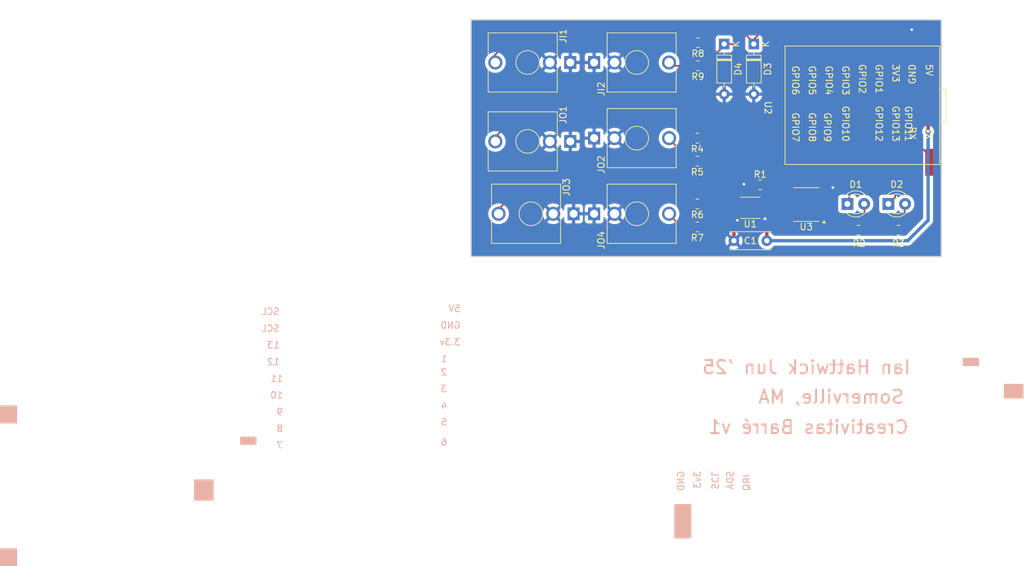
<source format=kicad_pcb>
(kicad_pcb (version 20240108) (generator "pcbnew") (generator_version "8.0")
  (layers (0 "F.Cu" signal) (31 "B.Cu" signal) (34 "B.Paste" user) (35 "F.Paste" user) (36 "B.SilkS" user "B.Silkscreen") (37 "F.SilkS" user "F.Silkscreen") (38 "B.Mask" user) (39 "F.Mask" user) (44 "Edge.Cuts" user))
  (net 0 "")
  (net 1 "/A1")
  (net 2 "+3.3V")
  (net 3 "GND")
  (net 4 "/A2")
  (net 5 "/A3")
  (net 6 "/A4")
  (net 7 "/A5")
  (net 8 "/A6")
  (net 9 "/A0")
  (net 10 "/D1")
  (net 11 "/A8")
  (net 12 "/SCL")
  (net 13 "/SDA")
  (net 14 "/A7")
  (net 15 "/A9")
  (net 16 "/D0")
  (net 17 "+5V")
  (net 18 "Net-(D1-A)")
  (net 19 "Net-(D2-A)")
  (net 20 "Net-(D2-K)")
  (net 21 "/LDAC")
  (net 22 "Net-(U1-VOUTA)")
  (net 23 "Net-(U1-VOUTB)")
  (net 24 "Net-(U1-VOUTC)")
  (net 25 "Net-(U1-VOUTD)")
  (net 26 "Net-(U1-SCL)")
  (net 27 "Net-(U1-SDA)")
  (net 29 "Net-(JI1-PadT)")
  (net 30 "Net-(JI2-PadT)")
  (net 31 "Net-(JO1-PadT)")
  (net 32 "Net-(JO2-PadT)")
  (net 33 "Net-(JO3-PadT)")
  (net 34 "Net-(JO4-PadT)")
  (footprint "Resistor_SMD:R_0805_2012Metric" (layer "F.Cu") (at 166.4125 48 180)
    (property "Reference" "R4" (at 0 -1.65 0) (layer "F.SilkS"))
    (property "Value" "100R")
    (fp_line (start -0.227064 0.735) (end 0.227064 0.735) (stroke (width 0.12)) (layer "F.SilkS"))
    (fp_line (start -0.227064 -0.735) (end 0.227064 -0.735) (stroke (width 0.12)) (layer "F.SilkS"))
    (pad "1" smd roundrect (at -0.9125 0 180) (size 1.025 1.4) (layers "F.Cu" "F.Paste" "F.Mask") (roundrect_rratio 0.243902) (net 22 "Net-(U1-VOUTA)"))
    (pad "2" smd roundrect (at 0.9125 0 180) (size 1.025 1.4) (layers "F.Cu" "F.Paste" "F.Mask") (roundrect_rratio 0.243902) (net 31 "Net-(JO1-PadT)"))
  )
  (footprint "Connector_Audio:Jack_3.5mm_QingPu_WQP-PJ398SM_Vertical_CircularHoles" (layer "F.Cu") (at 150.72 48 90)
    (property "Reference" "JO2" (at -4.03 1.08 90) (layer "F.SilkS"))
    (property "Value" "AudioJack2_SwitchT")
    (fp_line (start -1.23 -1.17) (end -0.37 -1.17) (stroke (width 0.12)) (layer "F.SilkS"))
    (fp_line (start -1.23 -1.17) (end -1.23 -0.37) (stroke (width 0.12)) (layer "F.SilkS"))
    (fp_line (start 4.5 1.98) (end 0.72 1.98) (stroke (width 0.12)) (layer "F.SilkS"))
    (fp_line (start 4.5 1.98) (end 4.5 12.48) (stroke (width 0.12)) (layer "F.SilkS"))
    (fp_line (start -0.72 1.98) (end -4.5 1.98) (stroke (width 0.12)) (layer "F.SilkS"))
    (fp_line (start -4.5 1.98) (end -4.5 12.48) (stroke (width 0.12)) (layer "F.SilkS"))
    (fp_line (start 4.5 12.48) (end 0.8 12.48) (stroke (width 0.12)) (layer "F.SilkS"))
    (fp_line (start -0.8 12.48) (end -4.5 12.48) (stroke (width 0.12)) (layer "F.SilkS"))
    (fp_circle (center 0 6.48) (end 1.8 6.48) (stroke (width 0.12)) (fill none) (layer "F.SilkS"))
    (pad "S" thru_hole rect (at 0 0 270) (size 1.93 1.83) (drill 1.22) (layers "*.Cu" "*.Mask") (net 3 "GND"))
    (pad "T" thru_hole circle (at 0 11.4 270) (size 2.13 2.13) (drill 1.43) (layers "*.Cu" "*.Mask") (net 32 "Net-(JO2-PadT)"))
    (pad "TN" thru_hole circle (at 0 3.1 270) (size 2.13 2.13) (drill 1.42) (layers "*.Cu" "*.Mask") (net 3 "GND"))
  )
  (footprint "LED_THT:LED_D3.0mm" (layer "F.Cu") (at 189.23 58)
    (property "Reference" "D1" (at 1.27 -2.96 0) (layer "F.SilkS"))
    (property "Value" "LED")
    (fp_line (start -0.29 -1.236) (end -0.29 -1.08) (stroke (width 0.12)) (layer "F.SilkS"))
    (fp_line (start -0.29 1.08) (end -0.29 1.236) (stroke (width 0.12)) (layer "F.SilkS"))
    (fp_arc (start -0.29 -1.235516) (mid 1.365624 -1.987701) (end 2.941397 -1.080061) (stroke (width 0.12)) (layer "F.SilkS"))
    (fp_arc (start 0.229039 -1.08) (mid 1.269965 -1.5) (end 2.31091 -1.080049) (stroke (width 0.12)) (layer "F.SilkS"))
    (fp_arc (start 2.31091 1.080049) (mid 1.269965 1.5) (end 0.229039 1.08) (stroke (width 0.12)) (layer "F.SilkS"))
    (fp_arc (start 2.941397 1.080061) (mid 1.365624 1.987701) (end -0.29 1.235516) (stroke (width 0.12)) (layer "F.SilkS"))
    (pad "1" thru_hole rect (at 0 0) (size 1.8 1.8) (drill 0.9) (layers "*.Cu" "*.Mask") (net 10 "/D1"))
    (pad "2" thru_hole circle (at 2.54 0) (size 1.8 1.8) (drill 0.9) (layers "*.Cu" "*.Mask") (net 18 "Net-(D1-A)"))
  )
  (footprint "Connector_Audio:Jack_3.5mm_QingPu_WQP-PJ398SM_Vertical_CircularHoles" (layer "F.Cu") (at 147.1 48.5 -90)
    (property "Reference" "JO1" (at -4.03 1.08 90) (layer "F.SilkS"))
    (property "Value" "AudioJack2_SwitchT")
    (fp_line (start -0.8 12.48) (end -4.5 12.48) (stroke (width 0.12)) (layer "F.SilkS"))
    (fp_line (start 4.5 12.48) (end 0.8 12.48) (stroke (width 0.12)) (layer "F.SilkS"))
    (fp_line (start -4.5 1.98) (end -4.5 12.48) (stroke (width 0.12)) (layer "F.SilkS"))
    (fp_line (start -0.72 1.98) (end -4.5 1.98) (stroke (width 0.12)) (layer "F.SilkS"))
    (fp_line (start 4.5 1.98) (end 4.5 12.48) (stroke (width 0.12)) (layer "F.SilkS"))
    (fp_line (start 4.5 1.98) (end 0.72 1.98) (stroke (width 0.12)) (layer "F.SilkS"))
    (fp_line (start -1.23 -1.17) (end -1.23 -0.37) (stroke (width 0.12)) (layer "F.SilkS"))
    (fp_line (start -1.23 -1.17) (end -0.37 -1.17) (stroke (width 0.12)) (layer "F.SilkS"))
    (fp_circle (center 0 6.48) (end 1.8 6.48) (stroke (width 0.12)) (fill none) (layer "F.SilkS"))
    (pad "S" thru_hole rect (at 0 0 90) (size 1.93 1.83) (drill 1.22) (layers "*.Cu" "*.Mask") (net 3 "GND"))
    (pad "T" thru_hole circle (at 0 11.4 90) (size 2.13 2.13) (drill 1.43) (layers "*.Cu" "*.Mask") (net 31 "Net-(JO1-PadT)"))
    (pad "TN" thru_hole circle (at 0 3.1 90) (size 2.13 2.13) (drill 1.42) (layers "*.Cu" "*.Mask") (net 3 "GND"))
  )
  (footprint "Package_SO:SOIC-8_3.9x4.9mm_P1.27mm" (layer "F.Cu") (at 182.975 58.095 180)
    (property "Reference" "U3" (at 0 -3.4 0) (layer "F.SilkS"))
    (property "Value" "TCA9517D")
    (fp_line (start 0 2.56) (end 1.95 2.56) (stroke (width 0.12)) (layer "F.SilkS"))
    (fp_line (start 0 2.56) (end -1.95 2.56) (stroke (width 0.12)) (layer "F.SilkS"))
    (fp_line (start 0 -2.56) (end 1.95 -2.56) (stroke (width 0.12)) (layer "F.SilkS"))
    (fp_line (start 0 -2.56) (end -1.95 -2.56) (stroke (width 0.12)) (layer "F.SilkS"))
    (fp_poly (pts (xy -2.7 -2.465) (xy -2.94 -2.795) (xy -2.46 -2.795) (xy -2.7 -2.465)) (stroke (width 0.12)) (fill solid) (layer "F.SilkS"))
    (pad "1" smd roundrect (at -2.475 -1.905 180) (size 1.95 0.6) (layers "F.Cu" "F.Paste" "F.Mask") (net 2 "+3.3V"))
    (pad "2" smd roundrect (at -2.475 -0.635 180) (size 1.95 0.6) (layers "F.Cu" "F.Paste" "F.Mask") (net 12 "/SCL"))
    (pad "3" smd roundrect (at -2.475 0.635 180) (size 1.95 0.6) (layers "F.Cu" "F.Paste" "F.Mask") (net 13 "/SDA"))
    (pad "4" smd roundrect (at -2.475 1.905 180) (size 1.95 0.6) (layers "F.Cu" "F.Paste" "F.Mask") (net 3 "GND"))
    (pad "5" smd roundrect (at 2.475 1.905 180) (size 1.95 0.6) (layers "F.Cu" "F.Paste" "F.Mask") (net 2 "+3.3V"))
    (pad "6" smd roundrect (at 2.475 0.635 180) (size 1.95 0.6) (layers "F.Cu" "F.Paste" "F.Mask") (net 27 "Net-(U1-SDA)"))
    (pad "7" smd roundrect (at 2.475 -0.635 180) (size 1.95 0.6) (layers "F.Cu" "F.Paste" "F.Mask") (net 26 "Net-(U1-SCL)"))
    (pad "8" smd roundrect (at 2.475 -1.905 180) (size 1.95 0.6) (layers "F.Cu" "F.Paste" "F.Mask") (net 17 "+5V"))
  )
  (footprint "Package_SO:MSOP-10_3x3mm_P0.5mm" (layer "F.Cu") (at 174.475 58.595 180)
    (property "Reference" "U1" (at 0 -2.45 0) (layer "F.SilkS"))
    (property "Value" "MCP4728")
    (fp_line (start 0 1.61) (end 1.5 1.61) (stroke (width 0.12)) (layer "F.SilkS"))
    (fp_line (start 0 1.61) (end -1.5 1.61) (stroke (width 0.12)) (layer "F.SilkS"))
    (fp_line (start 0 -1.61) (end 1.5 -1.61) (stroke (width 0.12)) (layer "F.SilkS"))
    (fp_line (start 0 -1.61) (end -1.5 -1.61) (stroke (width 0.12)) (layer "F.SilkS"))
    (fp_poly (pts (xy -2.2125 -1.435) (xy -2.4525 -1.765) (xy -1.9725 -1.765) (xy -2.2125 -1.435)) (stroke (width 0.12)) (fill solid) (layer "F.SilkS"))
    (pad "1" smd roundrect (at -2.1125 -1 180) (size 1.625 0.35) (layers "F.Cu" "F.Paste" "F.Mask") (net 17 "+5V"))
    (pad "2" smd roundrect (at -2.1125 -0.5 180) (size 1.625 0.35) (layers "F.Cu" "F.Paste" "F.Mask") (net 26 "Net-(U1-SCL)"))
    (pad "3" smd roundrect (at -2.1125 0 180) (size 1.625 0.35) (layers "F.Cu" "F.Paste" "F.Mask") (net 27 "Net-(U1-SDA)"))
    (pad "4" smd roundrect (at -2.1125 0.5 180) (size 1.625 0.35) (layers "F.Cu" "F.Paste" "F.Mask") (net 21 "/LDAC"))
    (pad "5" smd roundrect (at -2.1125 1 180) (size 1.625 0.35) (layers "F.Cu" "F.Paste" "F.Mask"))
    (pad "6" smd roundrect (at 2.1125 1 180) (size 1.625 0.35) (layers "F.Cu" "F.Paste" "F.Mask") (net 22 "Net-(U1-VOUTA)"))
    (pad "7" smd roundrect (at 2.1125 0.5 180) (size 1.625 0.35) (layers "F.Cu" "F.Paste" "F.Mask") (net 23 "Net-(U1-VOUTB)"))
    (pad "8" smd roundrect (at 2.1125 0 180) (size 1.625 0.35) (layers "F.Cu" "F.Paste" "F.Mask") (net 24 "Net-(U1-VOUTC)"))
    (pad "9" smd roundrect (at 2.1125 -0.5 180) (size 1.625 0.35) (layers "F.Cu" "F.Paste" "F.Mask") (net 25 "Net-(U1-VOUTD)"))
    (pad "10" smd roundrect (at 2.1125 -1 180) (size 1.625 0.35) (layers "F.Cu" "F.Paste" "F.Mask") (net 3 "GND"))
  )
  (footprint "Resistor_SMD:R_0805_2012Metric" (layer "F.Cu") (at 197 62)
    (property "Reference" "R3" (at 0 2 0) (layer "F.SilkS"))
    (property "Value" "4k7")
    (fp_line (start -0.227064 -0.735) (end 0.227064 -0.735) (stroke (width 0.12)) (layer "F.SilkS"))
    (fp_line (start -0.227064 0.735) (end 0.227064 0.735) (stroke (width 0.12)) (layer "F.SilkS"))
    (pad "1" smd roundrect (at -0.9125 0) (size 1.025 1.4) (layers "F.Cu" "F.Paste" "F.Mask") (roundrect_rratio 0.243902) (net 2 "+3.3V"))
    (pad "2" smd roundrect (at 0.9125 0) (size 1.025 1.4) (layers "F.Cu" "F.Paste" "F.Mask") (roundrect_rratio 0.243902) (net 19 "Net-(D2-A)"))
  )
  (footprint "Resistor_SMD:R_0805_2012Metric" (layer "F.Cu") (at 175.975 55.095 180)
    (property "Reference" "R1" (at 0 1.595 0) (layer "F.SilkS"))
    (property "Value" "4k7")
    (fp_line (start -0.227064 0.735) (end 0.227064 0.735) (stroke (width 0.12)) (layer "F.SilkS"))
    (fp_line (start -0.227064 -0.735) (end 0.227064 -0.735) (stroke (width 0.12)) (layer "F.SilkS"))
    (pad "1" smd roundrect (at -0.9125 0 180) (size 1.025 1.4) (layers "F.Cu" "F.Paste" "F.Mask") (roundrect_rratio 0.243902) (net 21 "/LDAC"))
    (pad "2" smd roundrect (at 0.9125 0 180) (size 1.025 1.4) (layers "F.Cu" "F.Paste" "F.Mask") (roundrect_rratio 0.243902) (net 3 "GND"))
  )
  (footprint "ih_kicad:Wifiduino-ESP32S3-SMD" (layer "F.Cu") (at 191.5 43 -90)
    (property "Reference" "U2" (at 0.38 14.34 -90) (layer "F.SilkS"))
    (property "Value" "~")
    (fp_line (start -9 11.75) (end 9 11.75) (stroke (width 0.12)) (layer "F.SilkS"))
    (fp_line (start 9 11.75) (end 9 -11.75) (stroke (width 0.12)) (layer "F.SilkS"))
    (fp_line (start -9 -11.75) (end -9 11.75) (stroke (width 0.12)) (layer "F.SilkS"))
    (fp_line (start -2.54 -11.75) (end -2.54 -12.7) (stroke (width 0.12)) (layer "F.SilkS"))
    (fp_line (start 9 -11.75) (end -9 -11.75) (stroke (width 0.12)) (layer "F.SilkS"))
    (fp_line (start -2.54 -12.7) (end 2.54 -12.7) (stroke (width 0.12)) (layer "F.SilkS"))
    (fp_line (start 2.54 -12.7) (end 2.54 -11.75) (stroke (width 0.12)) (layer "F.SilkS"))
    (fp_text user "TX" (at 5.309999 -10.16 -90) (layer "F.SilkS") (effects (justify right)))
    (fp_text user "RX" (at 5.309999 -7.62 -90) (layer "F.SilkS") (effects (justify right)))
    (fp_text user "GPIO11" (at 0 -7 -90) (layer "F.SilkS") (effects (justify left)))
    (fp_text user "GND" (at -6.35 -7.62 90) (layer "F.SilkS") (effects (justify right)))
    (fp_text user "GPIO8" (at 1 7.62 -90) (layer "F.SilkS") (effects (justify left)))
    (fp_text user "3V3" (at -6.35 -5.08 -90) (layer "F.SilkS") (effects (justify left)))
    (fp_text user "GPIO4" (at -6.120001 5.08 -90) (layer "F.SilkS") (effects (justify left)))
    (fp_text user "GPIO12" (at 0 -2.54 -90) (layer "F.SilkS") (effects (justify left)))
    (fp_text user "GPIO5" (at -6.120001 7.62 -90) (layer "F.SilkS") (effects (justify left)))
    (fp_text user "5V" (at -6.35 -10.16 -90) (layer "F.SilkS") (effects (justify left)))
    (fp_text user "GPIO2" (at -6.35 0 -90) (layer "F.SilkS") (effects (justify left)))
    (fp_text user "GPIO13" (at 0 -5.08 -90) (layer "F.SilkS") (effects (justify left)))
    (fp_text user "GPIO9" (at 1 5.309999 -90) (layer "F.SilkS") (effects (justify left)))
    (fp_text user "GPIO10" (at 0 2.54 -90) (layer "F.SilkS") (effects (justify left)))
    (fp_text user "GPIO7" (at 1 10.16 -90) (layer "F.SilkS") (effects (justify left)))
    (fp_text user "GPIO1" (at -6.35 -2.54 -90) (layer "F.SilkS") (effects (justify left)))
    (fp_text user "GPIO3" (at -6.120001 2.54 -90) (layer "F.SilkS") (effects (justify left)))
    (fp_text user "GPIO6" (at -6.120001 10.16 -90) (layer "F.SilkS") (effects (justify left)))
    (pad "1" smd custom (at -7.62 -10.16 180) (size 1.2 2) (layers "F.Cu" "F.Paste" "F.Mask") (net 17 "+5V") (options (clearance outline) (anchor rect)) (primitives (gr_poly (pts (xy -0.5 3) (xy -0.5 -0.5) (xy 0.5 -0.5) (xy 0.5 3)) (width 0.2) (fill yes))))
    (pad "2" smd custom (at -7.62 -7.62 180) (size 1.2 2) (layers "F.Cu" "F.Paste" "F.Mask") (net 3 "GND") (options (clearance outline) (anchor rect)) (primitives (gr_poly (pts (xy -0.5 3) (xy -0.5 -0.5) (xy 0.5 -0.5) (xy 0.5 3)) (width 0.2) (fill yes))))
    (pad "3" smd custom (at -7.62 -5.08 180) (size 1.2 2) (layers "F.Cu" "F.Paste" "F.Mask") (net 2 "+3.3V") (options (clearance outline) (anchor rect)) (primitives (gr_poly (pts (xy -0.5 3) (xy -0.5 -0.5) (xy 0.5 -0.5) (xy 0.5 3)) (width 0.2) (fill yes))))
    (pad "4" smd custom (at -7.62 -2.54 180) (size 1.2 2) (layers "F.Cu" "F.Paste" "F.Mask") (net 9 "/A0") (options (clearance outline) (anchor rect)) (primitives (gr_poly (pts (xy -0.5 3) (xy -0.5 -0.5) (xy 0.5 -0.5) (xy 0.5 3)) (width 0.2) (fill yes))))
    (pad "5" smd custom (at -7.62 0 180) (size 1.2 2) (layers "F.Cu" "F.Paste" "F.Mask") (net 1 "/A1") (options (clearance outline) (anchor rect)) (primitives (gr_poly (pts (xy -0.5 3) (xy -0.5 -0.5) (xy 0.5 -0.5) (xy 0.5 3)) (width 0.2) (fill yes))))
    (pad "6" smd custom (at -7.62 2.54 180) (size 1.2 2) (layers "F.Cu" "F.Paste" "F.Mask") (net 4 "/A2") (options (clearance outline) (anchor rect)) (primitives (gr_poly (pts (xy -0.5 3) (xy -0.5 -0.5) (xy 0.5 -0.5) (xy 0.5 3)) (width 0.2) (fill yes))))
    (pad "7" smd custom (at -7.62 5.08 180) (size 1.2 2) (layers "F.Cu" "F.Paste" "F.Mask") (net 5 "/A3") (options (clearance outline) (anchor rect)) (primitives (gr_poly (pts (xy -0.5 3) (xy -0.5 -0.5) (xy 0.5 -0.5) (xy 0.5 3)) (width 0.2) (fill yes))))
    (pad "8" smd custom (at -7.62 7.62 180) (size 1.2 2) (layers "F.Cu" "F.Paste" "F.Mask") (net 6 "/A4") (options (clearance outline) (anchor rect)) (primitives (gr_poly (pts (xy -0.5 3) (xy -0.5 -0.5) (xy 0.5 -0.5) (xy 0.5 3)) (width 0.2) (fill yes))))
    (pad "9" smd custom (at -7.62 10.16 180) (size 1.2 2) (layers "F.Cu" "F.Paste" "F.Mask") (net 7 "/A5") (options (clearance outline) (anchor rect)) (primitives (gr_poly (pts (xy -0.5 3) (xy -0.5 -0.5) (xy 0.5 -0.5) (xy 0.5 3)) (width 0.2) (fill yes))))
    (pad "10" smd custom (at 7.62 10.16) (size 1.2 2) (layers "F.Cu" "F.Paste" "F.Mask") (net 8 "/A6") (options (clearance outline) (anchor rect)) (primitives (gr_poly (pts (xy -0.5 3) (xy -0.5 -0.5) (xy 0.5 -0.5) (xy 0.5 3)) (width 0.2) (fill yes))))
    (pad "11" smd custom (at 7.62 7.62) (size 1.2 2) (layers "F.Cu" "F.Paste" "F.Mask") (net 14 "/A7") (options (clearance outline) (anchor rect)) (primitives (gr_poly (pts (xy -0.5 3) (xy -0.5 -0.5) (xy 0.5 -0.5) (xy 0.5 3)) (width 0.2) (fill yes))))
    (pad "12" smd custom (at 7.62 5.08) (size 1.2 2) (layers "F.Cu" "F.Paste" "F.Mask") (net 11 "/A8") (options (clearance outline) (anchor rect)) (primitives (gr_poly (pts (xy -0.5 3) (xy -0.5 -0.5) (xy 0.5 -0.5) (xy 0.5 3)) (width 0.2) (fill yes))))
    (pad "13" smd custom (at 7.62 2.54) (size 1.2 2) (layers "F.Cu" "F.Paste" "F.Mask") (net 15 "/A9") (options (clearance outline) (anchor rect)) (primitives (gr_poly (pts (xy -0.5 3) (xy -0.5 -0.5) (xy 0.5 -0.5) (xy 0.5 3)) (width 0.2) (fill yes))))
    (pad "14" smd custom (at 7.62 0) (size 1.2 2) (layers "F.Cu" "F.Paste" "F.Mask") (net 16 "/D0") (options (clearance outline) (anchor rect)) (primitives (gr_poly (pts (xy -0.5 3) (xy -0.5 -0.5) (xy 0.5 -0.5) (xy 0.5 3)) (width 0.2) (fill yes))))
    (pad "15" smd custom (at 7.62 -2.54) (size 1.2 2) (layers "F.Cu" "F.Paste" "F.Mask") (net 10 "/D1") (options (clearance outline) (anchor rect)) (primitives (gr_poly (pts (xy -0.5 3) (xy -0.5 -0.5) (xy 0.5 -0.5) (xy 0.5 3)) (width 0.2) (fill yes))))
    (pad "16" smd custom (at 7.62 -5.08) (size 1.2 2) (layers "F.Cu" "F.Paste" "F.Mask") (net 20 "Net-(D2-K)") (options (clearance outline) (anchor rect)) (primitives (gr_poly (pts (xy -0.5 3) (xy -0.5 -0.5) (xy 0.5 -0.5) (xy 0.5 3)) (width 0.2) (fill yes))))
    (pad "17" smd custom (at 7.62 -7.62) (size 1.2 2) (layers "F.Cu" "F.Paste" "F.Mask") (net 13 "/SDA") (options (clearance outline) (anchor rect)) (primitives (gr_poly (pts (xy -0.5 3) (xy -0.5 -0.5) (xy 0.5 -0.5) (xy 0.5 3)) (width 0.2) (fill yes))))
    (pad "18" smd custom (at 7.62 -10.16) (size 1.2 2) (layers "F.Cu" "F.Paste" "F.Mask") (net 12 "/SCL") (options (clearance outline) (anchor rect)) (primitives (gr_poly (pts (xy -0.5 3) (xy -0.5 -0.5) (xy 0.5 -0.5) (xy 0.5 3)) (width 0.2) (fill yes))))
  )
  (footprint "Diode_THT:D_DO-35_SOD27_P7.62mm_Horizontal" (layer "F.Cu") (at 175 33.69 -90)
    (property "Reference" "D3" (at 3.81 -2.12 90) (layer "F.SilkS"))
    (property "Value" "D_Zener")
    (fp_line (start 1.69 1.12) (end 5.93 1.12) (stroke (width 0.12)) (layer "F.SilkS"))
    (fp_line (start 5.93 1.12) (end 5.93 -1.12) (stroke (width 0.12)) (layer "F.SilkS"))
    (fp_line (start 1.04 0) (end 1.69 0) (stroke (width 0.12)) (layer "F.SilkS"))
    (fp_line (start 6.58 0) (end 5.93 0) (stroke (width 0.12)) (layer "F.SilkS"))
    (fp_line (start 1.69 -1.12) (end 1.69 1.12) (stroke (width 0.12)) (layer "F.SilkS"))
    (fp_line (start 2.29 -1.12) (end 2.29 1.12) (stroke (width 0.12)) (layer "F.SilkS"))
    (fp_line (start 2.41 -1.12) (end 2.41 1.12) (stroke (width 0.12)) (layer "F.SilkS"))
    (fp_line (start 2.53 -1.12) (end 2.53 1.12) (stroke (width 0.12)) (layer "F.SilkS"))
    (fp_line (start 5.93 -1.12) (end 1.69 -1.12) (stroke (width 0.12)) (layer "F.SilkS"))
    (fp_text user "K" (at 0 -1.8 90) (layer "F.SilkS"))
    (pad "1" thru_hole rect (at 0 0 270) (size 1.6 1.6) (drill 0.8) (layers "*.Cu" "*.Mask") (net 9 "/A0"))
    (pad "2" thru_hole oval (at 7.62 0 270) (size 1.6 1.6) (drill 0.8) (layers "*.Cu" "*.Mask") (net 3 "GND"))
  )
  (footprint "Connector_Audio:Jack_3.5mm_QingPu_WQP-PJ398SM_Vertical_CircularHoles" (layer "F.Cu") (at 147.6 59.5 -90)
    (property "Reference" "JO3" (at -4.03 1.08 90) (layer "F.SilkS"))
    (property "Value" "AudioJack2_SwitchT")
    (fp_line (start -0.8 12.48) (end -4.5 12.48) (stroke (width 0.12)) (layer "F.SilkS"))
    (fp_line (start 4.5 12.48) (end 0.8 12.48) (stroke (width 0.12)) (layer "F.SilkS"))
    (fp_line (start -4.5 1.98) (end -4.5 12.48) (stroke (width 0.12)) (layer "F.SilkS"))
    (fp_line (start -0.72 1.98) (end -4.5 1.98) (stroke (width 0.12)) (layer "F.SilkS"))
    (fp_line (start 4.5 1.98) (end 4.5 12.48) (stroke (width 0.12)) (layer "F.SilkS"))
    (fp_line (start 4.5 1.98) (end 0.72 1.98) (stroke (width 0.12)) (layer "F.SilkS"))
    (fp_line (start -1.23 -1.17) (end -1.23 -0.37) (stroke (width 0.12)) (layer "F.SilkS"))
    (fp_line (start -1.23 -1.17) (end -0.37 -1.17) (stroke (width 0.12)) (layer "F.SilkS"))
    (fp_circle (center 0 6.48) (end 1.8 6.48) (stroke (width 0.12)) (fill none) (layer "F.SilkS"))
    (pad "S" thru_hole rect (at 0 0 90) (size 1.93 1.83) (drill 1.22) (layers "*.Cu" "*.Mask") (net 3 "GND"))
    (pad "T" thru_hole circle (at 0 11.4 90) (size 2.13 2.13) (drill 1.43) (layers "*.Cu" "*.Mask") (net 33 "Net-(JO3-PadT)"))
    (pad "TN" thru_hole circle (at 0 3.1 90) (size 2.13 2.13) (drill 1.42) (layers "*.Cu" "*.Mask") (net 3 "GND"))
  )
  (footprint "Resistor_SMD:R_0805_2012Metric" (layer "F.Cu") (at 166.4125 58 180)
    (property "Reference" "R6" (at 0 -1.65 0) (layer "F.SilkS"))
    (property "Value" "100R")
    (fp_line (start -0.227064 0.735) (end 0.227064 0.735) (stroke (width 0.12)) (layer "F.SilkS"))
    (fp_line (start -0.227064 -0.735) (end 0.227064 -0.735) (stroke (width 0.12)) (layer "F.SilkS"))
    (pad "1" smd roundrect (at -0.9125 0 180) (size 1.025 1.4) (layers "F.Cu" "F.Paste" "F.Mask") (roundrect_rratio 0.243902) (net 24 "Net-(U1-VOUTC)"))
    (pad "2" smd roundrect (at 0.9125 0 180) (size 1.025 1.4) (layers "F.Cu" "F.Paste" "F.Mask") (roundrect_rratio 0.243902) (net 33 "Net-(JO3-PadT)"))
  )
  (footprint "LED_THT:LED_D3.0mm" (layer "F.Cu") (at 195.46 58)
    (property "Reference" "D2" (at 1.27 -2.96 0) (layer "F.SilkS"))
    (property "Value" "LED")
    (fp_line (start -0.29 -1.236) (end -0.29 -1.08) (stroke (width 0.12)) (layer "F.SilkS"))
    (fp_line (start -0.29 1.08) (end -0.29 1.236) (stroke (width 0.12)) (layer "F.SilkS"))
    (fp_arc (start -0.29 -1.235516) (mid 1.365624 -1.987701) (end 2.941397 -1.080061) (stroke (width 0.12)) (layer "F.SilkS"))
    (fp_arc (start 0.229039 -1.08) (mid 1.269965 -1.5) (end 2.31091 -1.080049) (stroke (width 0.12)) (layer "F.SilkS"))
    (fp_arc (start 2.31091 1.080049) (mid 1.269965 1.5) (end 0.229039 1.08) (stroke (width 0.12)) (layer "F.SilkS"))
    (fp_arc (start 2.941397 1.080061) (mid 1.365624 1.987701) (end -0.29 1.235516) (stroke (width 0.12)) (layer "F.SilkS"))
    (pad "1" thru_hole rect (at 0 0) (size 1.8 1.8) (drill 0.9) (layers "*.Cu" "*.Mask") (net 20 "Net-(D2-K)"))
    (pad "2" thru_hole circle (at 2.54 0) (size 1.8 1.8) (drill 0.9) (layers "*.Cu" "*.Mask") (net 19 "Net-(D2-A)"))
  )
  (footprint "Resistor_SMD:R_0805_2012Metric" (layer "F.Cu") (at 190.9125 62)
    (property "Reference" "R2" (at 0.0875 2 0) (layer "F.SilkS"))
    (property "Value" "4k7")
    (fp_line (start -0.227064 -0.735) (end 0.227064 -0.735) (stroke (width 0.12)) (layer "F.SilkS"))
    (fp_line (start -0.227064 0.735) (end 0.227064 0.735) (stroke (width 0.12)) (layer "F.SilkS"))
    (pad "1" smd roundrect (at -0.9125 0) (size 1.025 1.4) (layers "F.Cu" "F.Paste" "F.Mask") (roundrect_rratio 0.243902) (net 2 "+3.3V"))
    (pad "2" smd roundrect (at 0.9125 0) (size 1.025 1.4) (layers "F.Cu" "F.Paste" "F.Mask") (roundrect_rratio 0.243902) (net 18 "Net-(D1-A)"))
  )
  (footprint "Resistor_SMD:R_0805_2012Metric" (layer "F.Cu") (at 166.5 33.5 180)
    (property "Reference" "R8" (at 0 -1.65 0) (layer "F.SilkS"))
    (property "Value" "10k")
    (fp_line (start -0.227064 0.735) (end 0.227064 0.735) (stroke (width 0.12)) (layer "F.SilkS"))
    (fp_line (start -0.227064 -0.735) (end 0.227064 -0.735) (stroke (width 0.12)) (layer "F.SilkS"))
    (pad "1" smd roundrect (at -0.9125 0 180) (size 1.025 1.4) (layers "F.Cu" "F.Paste" "F.Mask") (roundrect_rratio 0.243902) (net 9 "/A0"))
    (pad "2" smd roundrect (at 0.9125 0 180) (size 1.025 1.4) (layers "F.Cu" "F.Paste" "F.Mask") (roundrect_rratio 0.243902) (net 29 "Net-(JI1-PadT)"))
  )
  (footprint "Resistor_SMD:R_0805_2012Metric" (layer "F.Cu") (at 166.4125 61.5 180)
    (property "Reference" "R7" (at 0 -1.65 0) (layer "F.SilkS"))
    (property "Value" "100R")
    (fp_line (start -0.227064 0.735) (end 0.227064 0.735) (stroke (width 0.12)) (layer "F.SilkS"))
    (fp_line (start -0.227064 -0.735) (end 0.227064 -0.735) (stroke (width 0.12)) (layer "F.SilkS"))
    (pad "1" smd roundrect (at -0.9125 0 180) (size 1.025 1.4) (layers "F.Cu" "F.Paste" "F.Mask") (roundrect_rratio 0.243902) (net 25 "Net-(U1-VOUTD)"))
    (pad "2" smd roundrect (at 0.9125 0 180) (size 1.025 1.4) (layers "F.Cu" "F.Paste" "F.Mask") (roundrect_rratio 0.243902) (net 34 "Net-(JO4-PadT)"))
  )
  (footprint "Resistor_SMD:R_0805_2012Metric" (layer "F.Cu") (at 166.4125 51.5 180)
    (property "Reference" "R5" (at 0 -1.65 0) (layer "F.SilkS"))
    (property "Value" "100R")
    (fp_line (start -0.227064 0.735) (end 0.227064 0.735) (stroke (width 0.12)) (layer "F.SilkS"))
    (fp_line (start -0.227064 -0.735) (end 0.227064 -0.735) (stroke (width 0.12)) (layer "F.SilkS"))
    (pad "1" smd roundrect (at -0.9125 0 180) (size 1.025 1.4) (layers "F.Cu" "F.Paste" "F.Mask") (roundrect_rratio 0.243902) (net 23 "Net-(U1-VOUTB)"))
    (pad "2" smd roundrect (at 0.9125 0 180) (size 1.025 1.4) (layers "F.Cu" "F.Paste" "F.Mask") (roundrect_rratio 0.243902) (net 32 "Net-(JO2-PadT)"))
  )
  (footprint "Connector_Audio:Jack_3.5mm_QingPu_WQP-PJ398SM_Vertical_CircularHoles" (layer "F.Cu") (at 147.1 36.5 -90)
    (property "Reference" "JI1" (at -4.03 1.08 90) (layer "F.SilkS"))
    (property "Value" "AudioJack2_SwitchT")
    (fp_line (start -0.8 12.48) (end -4.5 12.48) (stroke (width 0.12)) (layer "F.SilkS"))
    (fp_line (start 4.5 12.48) (end 0.8 12.48) (stroke (width 0.12)) (layer "F.SilkS"))
    (fp_line (start -4.5 1.98) (end -4.5 12.48) (stroke (width 0.12)) (layer "F.SilkS"))
    (fp_line (start -0.72 1.98) (end -4.5 1.98) (stroke (width 0.12)) (layer "F.SilkS"))
    (fp_line (start 4.5 1.98) (end 4.5 12.48) (stroke (width 0.12)) (layer "F.SilkS"))
    (fp_line (start 4.5 1.98) (end 0.72 1.98) (stroke (width 0.12)) (layer "F.SilkS"))
    (fp_line (start -1.23 -1.17) (end -1.23 -0.37) (stroke (width 0.12)) (layer "F.SilkS"))
    (fp_line (start -1.23 -1.17) (end -0.37 -1.17) (stroke (width 0.12)) (layer "F.SilkS"))
    (fp_circle (center 0 6.48) (end 1.8 6.48) (stroke (width 0.12)) (fill none) (layer "F.SilkS"))
    (pad "S" thru_hole rect (at 0 0 90) (size 1.93 1.83) (drill 1.22) (layers "*.Cu" "*.Mask") (net 3 "GND"))
    (pad "T" thru_hole circle (at 0 11.4 90) (size 2.13 2.13) (drill 1.43) (layers "*.Cu" "*.Mask") (net 29 "Net-(JI1-PadT)"))
    (pad "TN" thru_hole circle (at 0 3.1 90) (size 2.13 2.13) (drill 1.42) (layers "*.Cu" "*.Mask") (net 3 "GND"))
  )
  (footprint "Connector_Audio:Jack_3.5mm_QingPu_WQP-PJ398SM_Vertical_CircularHoles" (layer "F.Cu") (at 150.72 59.5 90)
    (property "Reference" "JO4" (at -4.03 1.08 90) (layer "F.SilkS"))
    (property "Value" "AudioJack2_SwitchT")
    (fp_line (start -1.23 -1.17) (end -0.37 -1.17) (stroke (width 0.12)) (layer "F.SilkS"))
    (fp_line (start -1.23 -1.17) (end -1.23 -0.37) (stroke (width 0.12)) (layer "F.SilkS"))
    (fp_line (start 4.5 1.98) (end 0.72 1.98) (stroke (width 0.12)) (layer "F.SilkS"))
    (fp_line (start 4.5 1.98) (end 4.5 12.48) (stroke (width 0.12)) (layer "F.SilkS"))
    (fp_line (start -0.72 1.98) (end -4.5 1.98) (stroke (width 0.12)) (layer "F.SilkS"))
    (fp_line (start -4.5 1.98) (end -4.5 12.48) (stroke (width 0.12)) (layer "F.SilkS"))
    (fp_line (start 4.5 12.48) (end 0.8 12.48) (stroke (width 0.12)) (layer "F.SilkS"))
    (fp_line (start -0.8 12.48) (end -4.5 12.48) (stroke (width 0.12)) (layer "F.SilkS"))
    (fp_circle (center 0 6.48) (end 1.8 6.48) (stroke (width 0.12)) (fill none) (layer "F.SilkS"))
    (pad "S" thru_hole rect (at 0 0 270) (size 1.93 1.83) (drill 1.22) (layers "*.Cu" "*.Mask") (net 3 "GND"))
    (pad "T" thru_hole circle (at 0 11.4 270) (size 2.13 2.13) (drill 1.43) (layers "*.Cu" "*.Mask") (net 34 "Net-(JO4-PadT)"))
    (pad "TN" thru_hole circle (at 0 3.1 270) (size 2.13 2.13) (drill 1.42) (layers "*.Cu" "*.Mask") (net 3 "GND"))
  )
  (footprint "Connector_Audio:Jack_3.5mm_QingPu_WQP-PJ398SM_Vertical_CircularHoles" (layer "F.Cu") (at 150.72 36.5 90)
    (property "Reference" "JI2" (at -4.03 1.08 90) (layer "F.SilkS"))
    (property "Value" "AudioJack2_SwitchT")
    (fp_line (start -1.23 -1.17) (end -0.37 -1.17) (stroke (width 0.12)) (layer "F.SilkS"))
    (fp_line (start -1.23 -1.17) (end -1.23 -0.37) (stroke (width 0.12)) (layer "F.SilkS"))
    (fp_line (start 4.5 1.98) (end 0.72 1.98) (stroke (width 0.12)) (layer "F.SilkS"))
    (fp_line (start 4.5 1.98) (end 4.5 12.48) (stroke (width 0.12)) (layer "F.SilkS"))
    (fp_line (start -0.72 1.98) (end -4.5 1.98) (stroke (width 0.12)) (layer "F.SilkS"))
    (fp_line (start -4.5 1.98) (end -4.5 12.48) (stroke (width 0.12)) (layer "F.SilkS"))
    (fp_line (start 4.5 12.48) (end 0.8 12.48) (stroke (width 0.12)) (layer "F.SilkS"))
    (fp_line (start -0.8 12.48) (end -4.5 12.48) (stroke (width 0.12)) (layer "F.SilkS"))
    (fp_circle (center 0 6.48) (end 1.8 6.48) (stroke (width 0.12)) (fill none) (layer "F.SilkS"))
    (pad "S" thru_hole rect (at 0 0 270) (size 1.93 1.83) (drill 1.22) (layers "*.Cu" "*.Mask") (net 3 "GND"))
    (pad "T" thru_hole circle (at 0 11.4 270) (size 2.13 2.13) (drill 1.43) (layers "*.Cu" "*.Mask") (net 30 "Net-(JI2-PadT)"))
    (pad "TN" thru_hole circle (at 0 3.1 270) (size 2.13 2.13) (drill 1.42) (layers "*.Cu" "*.Mask") (net 3 "GND"))
  )
  (footprint "Diode_THT:D_DO-35_SOD27_P7.62mm_Horizontal" (layer "F.Cu") (at 170.5 33.69 -90)
    (property "Reference" "D4" (at 3.81 -2.12 90) (layer "F.SilkS"))
    (property "Value" "D_Zener")
    (fp_line (start 1.69 1.12) (end 5.93 1.12) (stroke (width 0.12)) (layer "F.SilkS"))
    (fp_line (start 5.93 1.12) (end 5.93 -1.12) (stroke (width 0.12)) (layer "F.SilkS"))
    (fp_line (start 1.04 0) (end 1.69 0) (stroke (width 0.12)) (layer "F.SilkS"))
    (fp_line (start 6.58 0) (end 5.93 0) (stroke (width 0.12)) (layer "F.SilkS"))
    (fp_line (start 1.69 -1.12) (end 1.69 1.12) (stroke (width 0.12)) (layer "F.SilkS"))
    (fp_line (start 2.29 -1.12) (end 2.29 1.12) (stroke (width 0.12)) (layer "F.SilkS"))
    (fp_line (start 2.41 -1.12) (end 2.41 1.12) (stroke (width 0.12)) (layer "F.SilkS"))
    (fp_line (start 2.53 -1.12) (end 2.53 1.12) (stroke (width 0.12)) (layer "F.SilkS"))
    (fp_line (start 5.93 -1.12) (end 1.69 -1.12) (stroke (width 0.12)) (layer "F.SilkS"))
    (fp_text user "K" (at 0 -1.8 90) (layer "F.SilkS"))
    (pad "1" thru_hole rect (at 0 0 270) (size 1.6 1.6) (drill 0.8) (layers "*.Cu" "*.Mask") (net 1 "/A1"))
    (pad "2" thru_hole oval (at 7.62 0 270) (size 1.6 1.6) (drill 0.8) (layers "*.Cu" "*.Mask") (net 3 "GND"))
  )
  (footprint "Capacitor_THT:C_Disc_D6.0mm_W2.5mm_P5.00mm" (layer "F.Cu") (at 171.975 63.595)
    (property "Reference" "C1" (at 2.5 0 0) (layer "F.SilkS"))
    (property "Value" "0.1uF")
    (fp_line (start -0.62 -1.37) (end -0.62 -0.925) (stroke (width 0.12)) (layer "F.SilkS"))
    (fp_line (start -0.62 -1.37) (end 5.62 -1.37) (stroke (width 0.12)) (layer "F.SilkS"))
    (fp_line (start -0.62 0.925) (end -0.62 1.37) (stroke (width 0.12)) (layer "F.SilkS"))
    (fp_line (start -0.62 1.37) (end 5.62 1.37) (stroke (width 0.12)) (layer "F.SilkS"))
    (fp_line (start 5.62 -1.37) (end 5.62 -0.925) (stroke (width 0.12)) (layer "F.SilkS"))
    (fp_line (start 5.62 0.925) (end 5.62 1.37) (stroke (width 0.12)) (layer "F.SilkS"))
    (pad "1" thru_hole circle (at 0 0) (size 1.6 1.6) (drill 0.8) (layers "*.Cu" "*.Mask") (net 3 "GND"))
    (pad "2" thru_hole circle (at 5 0) (size 1.6 1.6) (drill 0.8) (layers "*.Cu" "*.Mask") (net 17 "+5V"))
  )
  (footprint "Resistor_SMD:R_0805_2012Metric" (layer "F.Cu") (at 166.5 37 180)
    (property "Reference" "R9" (at 0 -1.65 0) (layer "F.SilkS"))
    (property "Value" "10k")
    (fp_line (start -0.227064 0.735) (end 0.227064 0.735) (stroke (width 0.12)) (layer "F.SilkS"))
    (fp_line (start -0.227064 -0.735) (end 0.227064 -0.735) (stroke (width 0.12)) (layer "F.SilkS"))
    (pad "1" smd roundrect (at -0.9125 0 180) (size 1.025 1.4) (layers "F.Cu" "F.Paste" "F.Mask") (roundrect_rratio 0.243902) (net 1 "/A1"))
    (pad "2" smd roundrect (at 0.9125 0 180) (size 1.025 1.4) (layers "F.Cu" "F.Paste" "F.Mask") (roundrect_rratio 0.243902) (net 30 "Net-(JI2-PadT)"))
  )
  (gr_rect (start 60.5 110.46) (end 62.897 113) (stroke (width 0.2)) (fill solid) (layer "B.SilkS"))
  (gr_rect (start 213.103 85.46) (end 215.897 87.5) (stroke (width 0.2)) (fill solid) (layer "B.SilkS"))
  (gr_rect (start 90 99.98) (end 92.794 103.02) (stroke (width 0.2)) (fill solid) (layer "B.SilkS"))
  (gr_rect (start 97 93.48) (end 99.294 94.52) (stroke (width 0.2)) (fill solid) (layer "B.SilkS"))
  (gr_rect (start 163 103.73) (end 165.397 108.77) (stroke (width 0.2)) (fill solid) (layer "B.SilkS"))
  (gr_rect (start 206.853 81.5) (end 209.147 82.54) (stroke (width 0.2)) (fill solid) (layer "B.SilkS"))
  (gr_rect (start 60.5 88.73) (end 62.897 91.27) (stroke (width 0.2)) (fill solid) (layer "B.SilkS"))
  (gr_rect (start 132 30) (end 203.5 66) (stroke (width 0.2)) (fill none) (layer "Edge.Cuts"))
  (gr_text "3v3\n" (at 167 98.5 90) (layer "B.SilkS") (effects (font (size 1 1)) (justify left bottom mirror)))
  (gr_text "2" (at 128.468 84.152 -0) (layer "B.SilkS") (effects (font (size 1 1)) (justify left bottom mirror)))
  (gr_text "Ian Hattwick Jun '25" (at 199 84 0) (layer "B.SilkS") (effects (font (size 2 2) (thickness 0.3) (bold yes)) (justify left bottom mirror)))
  (gr_text "SCL" (at 103 77.5 -0) (layer "B.SilkS") (effects (font (size 1 1)) (justify left bottom mirror)))
  (gr_text "4" (at 128.468 89.232 -0) (layer "B.SilkS") (effects (font (size 1 1)) (justify left bottom mirror)))
  (gr_text "Somerville, MA" (at 198 88.5 0) (layer "B.SilkS") (effects (font (size 2 2) (thickness 0.3) (bold yes)) (justify left bottom mirror)))
  (gr_text "IRQ\n" (at 174.5 99 90) (layer "B.SilkS") (effects (font (size 1 1)) (justify left bottom mirror)))
  (gr_text "3" (at 128.468 86.692 -0) (layer "B.SilkS") (effects (font (size 1 1)) (justify left bottom mirror)))
  (gr_text "5V" (at 130.5 74.5 -0) (layer "B.SilkS") (effects (font (size 1 1)) (justify left bottom mirror)))
  (gr_text "12" (at 103 82.58 -0) (layer "B.SilkS") (effects (font (size 1 1)) (justify left bottom mirror)))
  (gr_text "11" (at 103.508 85.12 -0) (layer "B.SilkS") (effects (font (size 1 1)) (justify left bottom mirror)))
  (gr_text "GND" (at 130.5 77.04 -0) (layer "B.SilkS") (effects (font (size 1 1)) (justify left bottom mirror)))
  (gr_text "13" (at 103 80.04 -0) (layer "B.SilkS") (effects (font (size 1 1)) (justify left bottom mirror)))
  (gr_text "3.3v" (at 130.5 79.58 -0) (layer "B.SilkS") (effects (font (size 1 1)) (justify left bottom mirror)))
  (gr_text "GND\n" (at 164.5 98.5 90) (layer "B.SilkS") (effects (font (size 1 1)) (justify left bottom mirror)))
  (gr_text "SCL" (at 103 74.96 -0) (layer "B.SilkS") (effects (font (size 1 1)) (justify left bottom mirror)))
  (gr_text "Creativitas Barré v1" (at 198.7 93.1 0) (layer "B.SilkS") (effects (font (size 2 2) (thickness 0.3) (bold yes)) (justify left bottom mirror)))
  (gr_text "1" (at 128.468 82.12 -0) (layer "B.SilkS") (effects (font (size 1 1)) (justify left bottom mirror)))
  (gr_text "SCL" (at 168.5 101.5 -90) (layer "B.SilkS") (effects (font (size 1 1)) (justify left bottom mirror)))
  (gr_text "10" (at 103.508 87.66 -0) (layer "B.SilkS") (effects (font (size 1 1)) (justify left bottom mirror)))
  (gr_text "9" (at 103.508 90.2 -0) (layer "B.SilkS") (effects (font (size 1 1)) (justify left bottom mirror)))
  (gr_text "8" (at 103.508 92.74 -0) (layer "B.SilkS") (effects (font (size 1 1)) (justify left bottom mirror)))
  (gr_text "SDA" (at 172 98.5 90) (layer "B.SilkS") (effects (font (size 1 1)) (justify left bottom mirror)))
  (gr_text "6" (at 128.468 94.82 -0) (layer "B.SilkS") (effects (font (size 1 1)) (justify left bottom mirror)))
  (gr_text "5" (at 128.468 91.772 -0) (layer "B.SilkS") (effects (font (size 1 1)) (justify left bottom mirror)))
  (gr_text "7" (at 103.508 95.28 -0) (layer "B.SilkS") (effects (font (size 1 1)) (justify left bottom mirror)))
  (segment (start 190.5 37.5) (end 176.5 37.5) (width 0.25) (layer "F.Cu") (net 1))
  (segment (start 167.4125 37) (end 170.5 33.9125) (width 0.25) (layer "F.Cu") (net 1))
  (segment (start 191.5 35.38) (end 191.5 36.5) (width 0.25) (layer "F.Cu") (net 1))
  (segment (start 191.5 36.5) (end 190.5 37.5) (width 0.25) (layer "F.Cu") (net 1))
  (segment (start 176.5 37.5) (end 172.69 33.69) (width 0.25) (layer "F.Cu") (net 1))
  (segment (start 172.69 33.69) (end 170.5 33.69) (width 0.25) (layer "F.Cu") (net 1))
  (segment (start 170.5 33.9125) (end 170.5 33.5) (width 0.25) (layer "F.Cu") (net 1))
  (segment (start 185.5 60) (end 187.5 62) (width 0.5) (layer "F.Cu") (net 2))
  (segment (start 182.5 57) (end 183 57.5) (width 0.5) (layer "F.Cu") (net 2))
  (segment (start 181 46) (end 179 48) (width 0.5) (layer "F.Cu") (net 2))
  (segment (start 179.5 56) (end 180.5 56) (width 0.5) (layer "F.Cu") (net 2))
  (segment (start 184 60) (end 185.5 60) (width 0.5) (layer "F.Cu") (net 2))
  (segment (start 192.5 46) (end 181.5 46) (width 0.5) (layer "F.Cu") (net 2))
  (segment (start 183 59) (end 184 60) (width 0.5) (layer "F.Cu") (net 2))
  (segment (start 196.58 41.92) (end 192.5 46) (width 0.5) (layer "F.Cu") (net 2))
  (segment (start 179 48) (end 179 55.5) (width 0.5) (layer "F.Cu") (net 2))
  (segment (start 179 55.5) (end 179.5 56) (width 0.5) (layer "F.Cu") (net 2))
  (segment (start 181.5 56) (end 182.5 57) (width 0.5) (layer "F.Cu") (net 2))
  (segment (start 196.58 35.38) (end 196.58 41.92) (width 0.5) (layer "F.Cu") (net 2))
  (segment (start 187.5 62) (end 190 62) (width 0.5) (layer "F.Cu") (net 2))
  (segment (start 181.5 46) (end 181 46) (width 0.5) (layer "F.Cu") (net 2))
  (segment (start 183 57.5) (end 183 59) (width 0.5) (layer "F.Cu") (net 2))
  (segment (start 180.5 56) (end 181.5 56) (width 0.5) (layer "F.Cu") (net 2))
  (segment (start 171.975 63.595) (end 171.975 61.025) (width 0.5) (layer "F.Cu") (net 3))
  (segment (start 186.335306 56.19) (end 187.012653 55.512653) (width 0.5) (layer "F.Cu") (net 3))
  (segment (start 175.0625 55.095) (end 173.595 55.095) (width 0.5) (layer "F.Cu") (net 3))
  (segment (start 172.5 60.5) (end 172.5 59.72) (width 0.5) (layer "F.Cu") (net 3))
  (segment (start 199.12 31.62) (end 199 31.5) (width 0.5) (layer "F.Cu") (net 3))
  (segment (start 173.595 55.095) (end 173.5 55) (width 0.5) (layer "F.Cu") (net 3))
  (segment (start 199.12 35.38) (end 199.12 31.62) (width 0.5) (layer "F.Cu") (net 3))
  (segment (start 171.975 61.025) (end 172.5 60.5) (width 0.5) (layer "F.Cu") (net 3))
  (segment (start 185.45 56.19) (end 186.335306 56.19) (width 0.5) (layer "F.Cu") (net 3))
  (via (at 187.012653 55.512653) (size 0.8) (drill 0.4) (layers "F.Cu" "B.Cu") (net 3))
  (via (at 199 31.5) (size 0.8) (drill 0.4) (layers "F.Cu" "B.Cu") (net 3))
  (via (at 173.5 55) (size 0.8) (drill 0.4) (layers "F.Cu" "B.Cu") (net 3))
  (via (at 172.5 60.5) (size 0.8) (drill 0.4) (layers "F.Cu" "B.Cu") (net 3))
  (segment (start 168.5 32) (end 167.4125 33.0875) (width 0.25) (layer "F.Cu") (net 9))
  (segment (start 176.5 31.5) (end 175 33) (width 0.25) (layer "F.Cu") (net 9))
  (segment (start 173.5 32) (end 168.5 32) (width 0.25) (layer "F.Cu") (net 9))
  (segment (start 193.5 31.5) (end 176.5 31.5) (width 0.25) (layer "F.Cu") (net 9))
  (segment (start 194.04 32.04) (end 193.5 31.5) (width 0.25) (layer "F.Cu") (net 9))
  (segment (start 175 33) (end 175 33.5) (width 0.25) (layer "F.Cu") (net 9))
  (segment (start 167.4125 33.0875) (end 167.4125 33.5) (width 0.25) (layer "F.Cu") (net 9))
  (segment (start 194.04 35.38) (end 194.04 32.04) (width 0.25) (layer "F.Cu") (net 9))
  (segment (start 175 33.5) (end 173.5 32) (width 0.25) (layer "F.Cu") (net 9))
  (segment (start 194.04 54.96) (end 193.5 55.5) (width 0.25) (layer "F.Cu") (net 10))
  (segment (start 189.5 55.5) (end 189.5 58) (width 0.25) (layer "F.Cu") (net 10))
  (segment (start 194.04 50.62) (end 194.04 54.96) (width 0.25) (layer "F.Cu") (net 10))
  (segment (start 193.5 55.5) (end 189.5 55.5) (width 0.25) (layer "F.Cu") (net 10))
  (segment (start 187.5 54) (end 187.5 49.5) (width 0.25) (layer "F.Cu") (net 12))
  (segment (start 184.5 55) (end 186.5 55) (width 0.25) (layer "F.Cu") (net 12))
  (segment (start 198.54 47.5) (end 201.66 50.62) (width 0.25) (layer "F.Cu") (net 12))
  (segment (start 188 49) (end 188 48.5) (width 0.25) (layer "F.Cu") (net 12))
  (segment (start 184 58) (end 184 55.5) (width 0.25) (layer "F.Cu") (net 12))
  (segment (start 185.45 58.73) (end 184.73 58.73) (width 0.25) (layer "F.Cu") (net 12))
  (segment (start 186.5 55) (end 187.5 54) (width 0.25) (layer "F.Cu") (net 12))
  (segment (start 187.5 49.5) (end 188 49) (width 0.25) (layer "F.Cu") (net 12))
  (segment (start 184 55.5) (end 184.5 55) (width 0.25) (layer "F.Cu") (net 12))
  (segment (start 188 48.5) (end 189 47.5) (width 0.25) (layer "F.Cu") (net 12))
  (segment (start 189 47.5) (end 198.54 47.5) (width 0.25) (layer "F.Cu") (net 12))
  (segment (start 184.73 58.73) (end 184 58) (width 0.25) (layer "F.Cu") (net 12))
  (segment (start 190.5 54) (end 190 54.5) (width 0.25) (layer "F.Cu") (net 13))
  (segment (start 189.5 54.5) (end 187.5 56.5) (width 0.25) (layer "F.Cu") (net 13))
  (segment (start 199.12 50.62) (end 199.12 49.12) (width 0.25) (layer "F.Cu") (net 13))
  (segment (start 199.12 49.12) (end 199 49) (width 0.25) (layer "F.Cu") (net 13))
  (segment (start 191 48.5) (end 190.5 49) (width 0.25) (layer "F.Cu") (net 13))
  (segment (start 187.5 56.5) (end 186.5 57.5) (width 0.25) (layer "F.Cu") (net 13))
  (segment (start 190 54.5) (end 189.5 54.5) (width 0.25) (layer "F.Cu") (net 13))
  (segment (start 199 49) (end 198.5 48.5) (width 0.25) (layer "F.Cu") (net 13))
  (segment (start 186.5 57.5) (end 185.5 57.5) (width 0.25) (layer "F.Cu") (net 13))
  (segment (start 198.5 48.5) (end 191 48.5) (width 0.25) (layer "F.Cu") (net 13))
  (segment (start 190.5 49) (end 190.5 54) (width 0.25) (layer "F.Cu") (net 13))
  (segment (start 176.975 61) (end 176.975 60.475) (width 0.5) (layer "F.Cu") (net 17))
  (segment (start 177.975 60) (end 176.975 61) (width 0.5) (layer "F.Cu") (net 17))
  (segment (start 201.66 38.84) (end 201.5 39) (width 0.5) (layer "F.Cu") (net 17))
  (segment (start 176.975 63.595) (end 176.975 61) (width 0.5) (layer "F.Cu") (net 17))
  (segment (start 201.5 39) (end 201.5 47) (width 0.5) (layer "F.Cu") (net 17))
  (segment (start 176.975 60.475) (end 177 60.45) (width 0.5) (layer "F.Cu") (net 17))
  (segment (start 201.66 35.38) (end 201.66 38.84) (width 0.5) (layer "F.Cu") (net 17))
  (segment (start 177 60.45) (end 177 59.72) (width 0.5) (layer "F.Cu") (net 17))
  (segment (start 180.5 60) (end 177.975 60) (width 0.5) (layer "F.Cu") (net 17))
  (via (at 201.5 47) (size 0.8) (drill 0.4) (layers "F.Cu" "B.Cu") (net 17))
  (segment (start 198.405 63.595) (end 201.5 60.5) (width 0.5) (layer "B.Cu") (net 17))
  (segment (start 176.975 63.595) (end 198.405 63.595) (width 0.5) (layer "B.Cu") (net 17))
  (segment (start 201.5 60.5) (end 201.5 47) (width 0.5) (layer "B.Cu") (net 17))
  (segment (start 191.825 62) (end 191.825 58.175) (width 0.25) (layer "F.Cu") (net 18))
  (segment (start 191.825 58.175) (end 192 58) (width 0.25) (layer "F.Cu") (net 18))
  (segment (start 197.9125 62) (end 197.9125 58.0875) (width 0.25) (layer "F.Cu") (net 19))
  (segment (start 197.9125 58.0875) (end 198 58) (width 0.25) (layer "F.Cu") (net 19))
  (segment (start 196.5 50.7) (end 196.5 55) (width 0.25) (layer "F.Cu") (net 20))
  (segment (start 196.5 55) (end 196.5 57) (width 0.25) (layer "F.Cu") (net 20))
  (segment (start 196.58 50.62) (end 196.5 50.7) (width 0.25) (layer "F.Cu") (net 20))
  (segment (start 196.5 57) (end 195.5 58) (width 0.25) (layer "F.Cu") (net 20))
  (segment (start 175.5 56.5) (end 176.5 56.5) (width 0.25) (layer "F.Cu") (net 21))
  (segment (start 176.5875 58.095) (end 175.095 58.095) (width 0.25) (layer "F.Cu") (net 21))
  (segment (start 175.095 58.095) (end 175 58) (width 0.25) (layer "F.Cu") (net 21))
  (segment (start 175 58) (end 175 57) (width 0.25) (layer "F.Cu") (net 21))
  (segment (start 176.5 56.5) (end 177 56) (width 0.25) (layer "F.Cu") (net 21))
  (segment (start 175 57) (end 175.5 56.5) (width 0.25) (layer "F.Cu") (net 21))
  (segment (start 177 56) (end 177 55) (width 0.25) (layer "F.Cu") (net 21))
  (segment (start 168.5 49.5) (end 168.5 49) (width 0.25) (layer "F.Cu") (net 22))
  (segment (start 172.3625 57.595) (end 169.595 57.595) (width 0.25) (layer "F.Cu") (net 22))
  (segment (start 169.595 57.595) (end 168.5 56.5) (width 0.25) (layer "F.Cu") (net 22))
  (segment (start 168.5 49) (end 167.5 48) (width 0.25) (layer "F.Cu") (net 22))
  (segment (start 168.5 56.5) (end 168.5 49.5) (width 0.25) (layer "F.Cu") (net 22))
  (segment (start 169 58) (end 169.145 58.145) (width 0.25) (layer "F.Cu") (net 23))
  (segment (start 169.095 58.095) (end 169 58) (width 0.25) (layer "F.Cu") (net 23))
  (segment (start 172.3625 58.095) (end 169.095 58.095) (width 0.25) (layer "F.Cu") (net 23))
  (segment (start 169.145 58.145) (end 168 57) (width 0.25) (layer "F.Cu") (net 23))
  (segment (start 168 57) (end 168 52.5) (width 0.25) (layer "F.Cu") (net 23))
  (segment (start 167.5 52) (end 167.5 51.5) (width 0.25) (layer "F.Cu") (net 23))
  (segment (start 168 52.5) (end 167.5 52) (width 0.25) (layer "F.Cu") (net 23))
  (segment (start 172.3625 58.595) (end 168.095 58.595) (width 0.25) (layer "F.Cu") (net 24))
  (segment (start 168.095 58.595) (end 167.5 58) (width 0.25) (layer "F.Cu") (net 24))
  (segment (start 169.905 59.095) (end 167.5 61.5) (width 0.25) (layer "F.Cu") (net 25))
  (segment (start 172.3625 59.095) (end 169.905 59.095) (width 0.25) (layer "F.Cu") (net 25))
  (segment (start 178.77 58.73) (end 178.405 59.095) (width 0.25) (layer "F.Cu") (net 26))
  (segment (start 180.5 58.73) (end 178.77 58.73) (width 0.25) (layer "F.Cu") (net 26))
  (segment (start 178.405 59.095) (end 176.5875 59.095) (width 0.25) (layer "F.Cu") (net 26))
  (segment (start 177.905 58.595) (end 176.5 58.595) (width 0.25) (layer "F.Cu") (net 27))
  (segment (start 180.5 57.46) (end 179.04 57.46) (width 0.25) (layer "F.Cu") (net 27))
  (segment (start 179.04 57.46) (end 177.905 58.595) (width 0.25) (layer "F.Cu") (net 27))
  (segment (start 135.5 35.5) (end 135.5 36.5) (width 0.25) (layer "F.Cu") (net 29))
  (segment (start 165.5875 33.5) (end 137.5 33.5) (width 0.25) (layer "F.Cu") (net 29))
  (segment (start 137.5 33.5) (end 135.5 35.5) (width 0.25) (layer "F.Cu") (net 29))
  (segment (start 162.5 37) (end 162 36.5) (width 0.25) (layer "F.Cu") (net 30))
  (segment (start 165.5875 37) (end 162.5 37) (width 0.25) (layer "F.Cu") (net 30))
  (segment (start 165.5 46.5) (end 164 45) (width 0.25) (layer "F.Cu") (net 31))
  (segment (start 135.5 48) (end 135.5 48.5) (width 0.25) (layer "F.Cu") (net 31))
  (segment (start 164 45) (end 140 45) (width 0.25) (layer "F.Cu") (net 31))
  (segment (start 165.5 48) (end 165.5 46.5) (width 0.25) (layer "F.Cu") (net 31))
  (segment (start 140 45) (end 138.5 45) (width 0.25) (layer "F.Cu") (net 31))
  (segment (start 138.5 45) (end 135.5 48) (width 0.25) (layer "F.Cu") (net 31))
  (segment (start 165.5 51.5) (end 162.5 48.5) (width 0.25) (layer "F.Cu") (net 32))
  (segment (start 155.5 56.5) (end 138.5 56.5) (width 0.25) (layer "F.Cu") (net 33))
  (segment (start 138.5 56.5) (end 136 59) (width 0.25) (layer "F.Cu") (net 33))
  (segment (start 136 59) (end 136 59.5) (width 0.25) (layer "F.Cu") (net 33))
  (segment (start 164 56.5) (end 155.5 56.5) (width 0.25) (layer "F.Cu") (net 33))
  (segment (start 165.5 58) (end 164 56.5) (width 0.25) (layer "F.Cu") (net 33))
  (segment (start 165.5 61.5) (end 164 61.5) (width 0.25) (layer "F.Cu") (net 34))
  (segment (start 164 61.5) (end 162 59.5) (width 0.25) (layer "F.Cu") (net 34))
  (zone (net 3) (net_name "GND") (layer "B.Cu") (connect_pads (clearance 0.5)) (min_thickness 0.25) (fill yes (thermal_gap 0.5) (thermal_bridge_width 0.5))
    (polygon (pts (xy 131.5 27) (xy 205.5 28) (xy 206 68) (xy 130.5 69.5)))
  )
)
</source>
